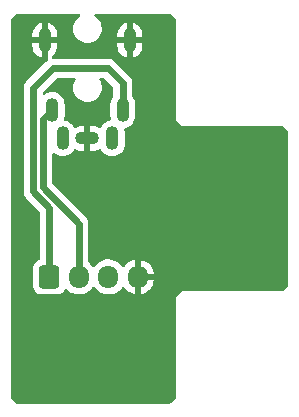
<source format=gbr>
%TF.GenerationSoftware,KiCad,Pcbnew,(6.0.8)*%
%TF.CreationDate,2023-02-07T20:12:27+01:00*%
%TF.ProjectId,SDVX-aux-board,53445658-2d61-4757-982d-626f6172642e,rev?*%
%TF.SameCoordinates,Original*%
%TF.FileFunction,Copper,L2,Bot*%
%TF.FilePolarity,Positive*%
%FSLAX46Y46*%
G04 Gerber Fmt 4.6, Leading zero omitted, Abs format (unit mm)*
G04 Created by KiCad (PCBNEW (6.0.8)) date 2023-02-07 20:12:27*
%MOMM*%
%LPD*%
G01*
G04 APERTURE LIST*
G04 Aperture macros list*
%AMRoundRect*
0 Rectangle with rounded corners*
0 $1 Rounding radius*
0 $2 $3 $4 $5 $6 $7 $8 $9 X,Y pos of 4 corners*
0 Add a 4 corners polygon primitive as box body*
4,1,4,$2,$3,$4,$5,$6,$7,$8,$9,$2,$3,0*
0 Add four circle primitives for the rounded corners*
1,1,$1+$1,$2,$3*
1,1,$1+$1,$4,$5*
1,1,$1+$1,$6,$7*
1,1,$1+$1,$8,$9*
0 Add four rect primitives between the rounded corners*
20,1,$1+$1,$2,$3,$4,$5,0*
20,1,$1+$1,$4,$5,$6,$7,0*
20,1,$1+$1,$6,$7,$8,$9,0*
20,1,$1+$1,$8,$9,$2,$3,0*%
G04 Aperture macros list end*
%TA.AperFunction,ComponentPad*%
%ADD10O,1.100000X2.000000*%
%TD*%
%TA.AperFunction,ComponentPad*%
%ADD11O,2.000000X1.100000*%
%TD*%
%TA.AperFunction,ComponentPad*%
%ADD12RoundRect,0.250000X-0.600000X-0.725000X0.600000X-0.725000X0.600000X0.725000X-0.600000X0.725000X0*%
%TD*%
%TA.AperFunction,ComponentPad*%
%ADD13O,1.700000X1.950000*%
%TD*%
%TA.AperFunction,ViaPad*%
%ADD14C,0.800000*%
%TD*%
%TA.AperFunction,Conductor*%
%ADD15C,0.600000*%
%TD*%
G04 APERTURE END LIST*
D10*
%TO.P,CN1,R1*%
%TO.N,/R*%
X131500000Y-72750000D03*
%TO.P,CN1,R1N*%
%TO.N,/SENS*%
X132400000Y-75150000D03*
%TO.P,CN1,R2*%
%TO.N,/GND*%
X138100000Y-66850000D03*
X130900000Y-66850000D03*
D11*
%TO.P,CN1,S*%
X134500000Y-75150000D03*
D10*
%TO.P,CN1,T*%
%TO.N,/L*%
X137500000Y-72750000D03*
%TO.P,CN1,TN*%
%TO.N,unconnected-(CN1-PadTN)*%
X136600000Y-75150000D03*
%TD*%
D12*
%TO.P,CN2,1,Pin_1*%
%TO.N,/L*%
X131276000Y-86882000D03*
D13*
%TO.P,CN2,2,Pin_2*%
%TO.N,/R*%
X133776000Y-86882000D03*
%TO.P,CN2,3,Pin_3*%
%TO.N,/SENS*%
X136276000Y-86882000D03*
%TO.P,CN2,4,Pin_4*%
%TO.N,/GND*%
X138776000Y-86882000D03*
%TD*%
D14*
%TO.N,/GND*%
X149500000Y-78600000D03*
X144500000Y-83600000D03*
X149500000Y-81100000D03*
X147000000Y-83600000D03*
X147000000Y-86100000D03*
X149500000Y-76100000D03*
X144500000Y-76100000D03*
X149500000Y-86100000D03*
X144500000Y-78600000D03*
X144500000Y-81100000D03*
X147000000Y-78600000D03*
X149500000Y-83600000D03*
X147000000Y-76100000D03*
X147000000Y-81100000D03*
%TD*%
D15*
%TO.N,/L*%
X131284315Y-86873685D02*
X131276000Y-86882000D01*
X131284315Y-81015685D02*
X131284315Y-86873685D01*
X131600000Y-69200000D02*
X129900000Y-70900000D01*
X137500000Y-70500000D02*
X136200000Y-69200000D01*
X129900000Y-70900000D02*
X129900000Y-79631370D01*
X129900000Y-79631370D02*
X131284315Y-81015685D01*
X137500000Y-72750000D02*
X137500000Y-70500000D01*
X136200000Y-69200000D02*
X131600000Y-69200000D01*
%TO.N,/R*%
X130700000Y-73550000D02*
X131500000Y-72750000D01*
X133776000Y-86882000D02*
X133776000Y-82376000D01*
X133776000Y-82376000D02*
X130700000Y-79300000D01*
X130700000Y-79300000D02*
X130700000Y-73550000D01*
%TD*%
%TA.AperFunction,Conductor*%
%TO.N,/GND*%
G36*
X133845294Y-64620002D02*
G01*
X133891787Y-64673658D01*
X133901891Y-64743932D01*
X133872397Y-64808512D01*
X133850699Y-64828323D01*
X133707149Y-64931474D01*
X133557023Y-65086392D01*
X133436703Y-65265447D01*
X133349992Y-65462980D01*
X133317643Y-65597723D01*
X133303733Y-65655665D01*
X133299632Y-65672745D01*
X133287214Y-65888113D01*
X133313130Y-66102277D01*
X133376563Y-66308466D01*
X133475505Y-66500164D01*
X133478920Y-66504614D01*
X133603415Y-66666860D01*
X133603419Y-66666864D01*
X133606831Y-66671311D01*
X133610980Y-66675086D01*
X133762242Y-66812724D01*
X133762245Y-66812726D01*
X133766389Y-66816497D01*
X133771141Y-66819478D01*
X133944379Y-66928151D01*
X133944383Y-66928153D01*
X133949135Y-66931134D01*
X134149293Y-67011597D01*
X134360537Y-67055344D01*
X134365148Y-67055610D01*
X134365149Y-67055610D01*
X134413452Y-67058395D01*
X134413456Y-67058395D01*
X134415275Y-67058500D01*
X134554735Y-67058500D01*
X134557522Y-67058251D01*
X134557528Y-67058251D01*
X134624240Y-67052297D01*
X134714872Y-67044208D01*
X134841740Y-67009501D01*
X134917536Y-66988766D01*
X134917540Y-66988765D01*
X134922952Y-66987284D01*
X135117663Y-66894411D01*
X135292851Y-66768526D01*
X135442977Y-66613608D01*
X135466982Y-66577885D01*
X137042000Y-66577885D01*
X137046475Y-66593124D01*
X137047865Y-66594329D01*
X137055548Y-66596000D01*
X137827885Y-66596000D01*
X137843124Y-66591525D01*
X137844329Y-66590135D01*
X137846000Y-66582452D01*
X137846000Y-66577885D01*
X138354000Y-66577885D01*
X138358475Y-66593124D01*
X138359865Y-66594329D01*
X138367548Y-66596000D01*
X139139885Y-66596000D01*
X139155124Y-66591525D01*
X139156329Y-66590135D01*
X139158000Y-66582452D01*
X139158000Y-66350876D01*
X139157699Y-66344728D01*
X139143473Y-66199639D01*
X139141090Y-66187604D01*
X139084683Y-66000777D01*
X139080008Y-65989435D01*
X138988388Y-65817121D01*
X138981601Y-65806905D01*
X138858253Y-65655665D01*
X138849609Y-65646961D01*
X138699237Y-65522562D01*
X138689069Y-65515703D01*
X138517393Y-65422879D01*
X138506093Y-65418129D01*
X138371307Y-65376405D01*
X138357205Y-65376199D01*
X138354000Y-65382955D01*
X138354000Y-66577885D01*
X137846000Y-66577885D01*
X137846000Y-65389953D01*
X137842027Y-65376422D01*
X137834232Y-65375302D01*
X137707658Y-65412554D01*
X137696290Y-65417147D01*
X137523334Y-65507566D01*
X137513072Y-65514282D01*
X137360980Y-65636568D01*
X137352214Y-65645152D01*
X137226764Y-65794656D01*
X137219840Y-65804767D01*
X137125816Y-65975798D01*
X137120988Y-65987062D01*
X137061975Y-66173095D01*
X137059427Y-66185084D01*
X137042393Y-66336947D01*
X137042000Y-66343971D01*
X137042000Y-66577885D01*
X135466982Y-66577885D01*
X135563297Y-66434553D01*
X135575687Y-66406329D01*
X135647751Y-66242161D01*
X135650008Y-66237020D01*
X135700368Y-66027255D01*
X135712786Y-65811887D01*
X135686870Y-65597723D01*
X135623437Y-65391534D01*
X135524495Y-65199836D01*
X135473208Y-65132997D01*
X135396585Y-65033140D01*
X135396581Y-65033136D01*
X135393169Y-65028689D01*
X135286331Y-64931474D01*
X135237758Y-64887276D01*
X135237755Y-64887274D01*
X135233611Y-64883503D01*
X135152682Y-64832736D01*
X135105606Y-64779593D01*
X135094734Y-64709434D01*
X135123518Y-64644534D01*
X135182821Y-64605500D01*
X135219640Y-64600000D01*
X141447810Y-64600000D01*
X141515931Y-64620002D01*
X141536905Y-64636905D01*
X141963095Y-65063095D01*
X141997121Y-65125407D01*
X142000000Y-65152190D01*
X142000000Y-73600000D01*
X142500000Y-74100000D01*
X150947810Y-74100000D01*
X151015931Y-74120002D01*
X151036905Y-74136905D01*
X151463095Y-74563095D01*
X151497121Y-74625407D01*
X151500000Y-74652190D01*
X151500000Y-87547810D01*
X151479998Y-87615931D01*
X151463095Y-87636905D01*
X151036905Y-88063095D01*
X150974593Y-88097121D01*
X150947810Y-88100000D01*
X142500000Y-88100000D01*
X142000000Y-88600000D01*
X142000000Y-97047810D01*
X141979998Y-97115931D01*
X141963095Y-97136905D01*
X141536905Y-97563095D01*
X141474593Y-97597121D01*
X141447810Y-97600000D01*
X128552190Y-97600000D01*
X128484069Y-97579998D01*
X128463095Y-97563095D01*
X128036905Y-97136905D01*
X128002879Y-97074593D01*
X128000000Y-97047810D01*
X128000000Y-79713591D01*
X129090549Y-79713591D01*
X129099711Y-79755967D01*
X129101769Y-79768533D01*
X129106603Y-79811625D01*
X129108919Y-79818276D01*
X129108920Y-79818280D01*
X129117633Y-79843300D01*
X129121796Y-79858112D01*
X129128881Y-79890880D01*
X129147208Y-79930183D01*
X129151990Y-79941959D01*
X129166255Y-79982922D01*
X129169989Y-79988897D01*
X129169990Y-79988900D01*
X129184027Y-80011365D01*
X129191366Y-80024882D01*
X129202559Y-80048884D01*
X129205538Y-80055272D01*
X129209855Y-80060837D01*
X129209856Y-80060839D01*
X129232106Y-80089523D01*
X129239402Y-80099982D01*
X129262374Y-80136746D01*
X129267334Y-80141741D01*
X129267335Y-80141742D01*
X129290976Y-80165549D01*
X129291561Y-80166174D01*
X129292078Y-80166840D01*
X129318068Y-80192830D01*
X129390185Y-80265452D01*
X129391222Y-80266110D01*
X129392451Y-80267213D01*
X130438910Y-81313672D01*
X130472936Y-81375984D01*
X130475815Y-81402767D01*
X130475815Y-85333369D01*
X130455813Y-85401490D01*
X130402157Y-85447983D01*
X130389692Y-85452892D01*
X130359007Y-85463129D01*
X130358997Y-85463133D01*
X130352054Y-85465450D01*
X130201652Y-85558522D01*
X130076695Y-85683697D01*
X130072855Y-85689927D01*
X130072854Y-85689928D01*
X129998466Y-85810608D01*
X129983885Y-85834262D01*
X129962472Y-85898822D01*
X129932432Y-85989390D01*
X129928203Y-86002139D01*
X129927503Y-86008975D01*
X129927502Y-86008978D01*
X129925338Y-86030102D01*
X129917500Y-86106600D01*
X129917500Y-87657400D01*
X129917837Y-87660646D01*
X129917837Y-87660650D01*
X129926875Y-87747752D01*
X129928474Y-87763166D01*
X129930655Y-87769702D01*
X129930655Y-87769704D01*
X129962405Y-87864870D01*
X129984450Y-87930946D01*
X130077522Y-88081348D01*
X130082704Y-88086521D01*
X130096207Y-88100000D01*
X130202697Y-88206305D01*
X130208927Y-88210145D01*
X130208928Y-88210146D01*
X130346090Y-88294694D01*
X130353262Y-88299115D01*
X130388938Y-88310948D01*
X130514611Y-88352632D01*
X130514613Y-88352632D01*
X130521139Y-88354797D01*
X130527975Y-88355497D01*
X130527978Y-88355498D01*
X130563663Y-88359154D01*
X130625600Y-88365500D01*
X131926400Y-88365500D01*
X131929646Y-88365163D01*
X131929650Y-88365163D01*
X132025308Y-88355238D01*
X132025312Y-88355237D01*
X132032166Y-88354526D01*
X132038702Y-88352345D01*
X132038704Y-88352345D01*
X132170806Y-88308272D01*
X132199946Y-88298550D01*
X132350348Y-88205478D01*
X132475305Y-88080303D01*
X132565081Y-87934660D01*
X132617852Y-87887168D01*
X132687924Y-87875744D01*
X132753048Y-87904018D01*
X132763510Y-87913805D01*
X132805215Y-87957523D01*
X132872576Y-88028135D01*
X133057542Y-88165754D01*
X133062293Y-88168170D01*
X133062297Y-88168172D01*
X133125481Y-88200296D01*
X133263051Y-88270240D01*
X133268145Y-88271822D01*
X133268148Y-88271823D01*
X133433583Y-88323192D01*
X133483227Y-88338607D01*
X133488516Y-88339308D01*
X133706489Y-88368198D01*
X133706494Y-88368198D01*
X133711774Y-88368898D01*
X133717103Y-88368698D01*
X133717105Y-88368698D01*
X133826966Y-88364573D01*
X133942158Y-88360249D01*
X133964802Y-88355498D01*
X134162572Y-88314002D01*
X134167791Y-88312907D01*
X134172750Y-88310949D01*
X134172752Y-88310948D01*
X134377256Y-88230185D01*
X134377258Y-88230184D01*
X134382221Y-88228224D01*
X134387525Y-88225006D01*
X134574757Y-88111390D01*
X134574756Y-88111390D01*
X134579317Y-88108623D01*
X134631784Y-88063095D01*
X134749412Y-87961023D01*
X134749414Y-87961021D01*
X134753445Y-87957523D01*
X134820500Y-87875744D01*
X134896240Y-87783373D01*
X134896244Y-87783367D01*
X134899624Y-87779245D01*
X134917552Y-87747750D01*
X134968632Y-87698445D01*
X135038262Y-87684583D01*
X135104333Y-87710566D01*
X135131573Y-87739716D01*
X135213441Y-87861319D01*
X135372576Y-88028135D01*
X135557542Y-88165754D01*
X135562293Y-88168170D01*
X135562297Y-88168172D01*
X135625481Y-88200296D01*
X135763051Y-88270240D01*
X135768145Y-88271822D01*
X135768148Y-88271823D01*
X135933583Y-88323192D01*
X135983227Y-88338607D01*
X135988516Y-88339308D01*
X136206489Y-88368198D01*
X136206494Y-88368198D01*
X136211774Y-88368898D01*
X136217103Y-88368698D01*
X136217105Y-88368698D01*
X136326966Y-88364573D01*
X136442158Y-88360249D01*
X136464802Y-88355498D01*
X136662572Y-88314002D01*
X136667791Y-88312907D01*
X136672750Y-88310949D01*
X136672752Y-88310948D01*
X136877256Y-88230185D01*
X136877258Y-88230184D01*
X136882221Y-88228224D01*
X136887525Y-88225006D01*
X137074757Y-88111390D01*
X137074756Y-88111390D01*
X137079317Y-88108623D01*
X137131784Y-88063095D01*
X137249412Y-87961023D01*
X137249414Y-87961021D01*
X137253445Y-87957523D01*
X137320500Y-87875744D01*
X137396240Y-87783373D01*
X137396244Y-87783367D01*
X137399624Y-87779245D01*
X137412681Y-87756308D01*
X137417829Y-87747265D01*
X137468912Y-87697959D01*
X137538542Y-87684098D01*
X137604613Y-87710082D01*
X137631851Y-87739232D01*
X137710852Y-87856578D01*
X137717519Y-87864870D01*
X137869228Y-88023900D01*
X137877186Y-88030941D01*
X138053525Y-88162141D01*
X138062562Y-88167745D01*
X138258484Y-88267357D01*
X138268335Y-88271357D01*
X138478240Y-88336534D01*
X138488624Y-88338817D01*
X138504043Y-88340861D01*
X138518207Y-88338665D01*
X138522000Y-88325478D01*
X138522000Y-88323192D01*
X139030000Y-88323192D01*
X139033973Y-88336723D01*
X139044580Y-88338248D01*
X139162421Y-88313523D01*
X139172617Y-88310463D01*
X139377029Y-88229737D01*
X139386561Y-88225006D01*
X139574462Y-88110984D01*
X139583052Y-88104720D01*
X139749052Y-87960673D01*
X139756472Y-87953042D01*
X139895826Y-87783089D01*
X139901850Y-87774322D01*
X140010576Y-87583318D01*
X140015041Y-87573654D01*
X140090031Y-87367059D01*
X140092802Y-87356792D01*
X140129504Y-87153826D01*
X140128085Y-87140586D01*
X140113450Y-87136000D01*
X139048115Y-87136000D01*
X139032876Y-87140475D01*
X139031671Y-87141865D01*
X139030000Y-87149548D01*
X139030000Y-88323192D01*
X138522000Y-88323192D01*
X138522000Y-86609885D01*
X139030000Y-86609885D01*
X139034475Y-86625124D01*
X139035865Y-86626329D01*
X139043548Y-86628000D01*
X140109849Y-86628000D01*
X140124527Y-86623690D01*
X140126590Y-86611807D01*
X140119876Y-86532675D01*
X140118086Y-86522203D01*
X140062870Y-86309465D01*
X140059335Y-86299425D01*
X139969063Y-86099030D01*
X139963894Y-86089744D01*
X139841150Y-85907425D01*
X139834481Y-85899130D01*
X139682772Y-85740100D01*
X139674814Y-85733059D01*
X139498475Y-85601859D01*
X139489438Y-85596255D01*
X139293516Y-85496643D01*
X139283665Y-85492643D01*
X139073760Y-85427466D01*
X139063376Y-85425183D01*
X139047957Y-85423139D01*
X139033793Y-85425335D01*
X139030000Y-85438522D01*
X139030000Y-86609885D01*
X138522000Y-86609885D01*
X138522000Y-85440808D01*
X138518027Y-85427277D01*
X138507420Y-85425752D01*
X138389579Y-85450477D01*
X138379383Y-85453537D01*
X138174971Y-85534263D01*
X138165439Y-85538994D01*
X137977538Y-85653016D01*
X137968948Y-85659280D01*
X137802948Y-85803327D01*
X137795528Y-85810958D01*
X137656174Y-85980911D01*
X137650152Y-85989674D01*
X137634762Y-86016711D01*
X137583680Y-86066018D01*
X137514049Y-86079880D01*
X137447978Y-86053897D01*
X137420739Y-86024747D01*
X137384869Y-85971468D01*
X137338559Y-85902681D01*
X137279918Y-85841209D01*
X137250725Y-85810608D01*
X137179424Y-85735865D01*
X136994458Y-85598246D01*
X136989707Y-85595830D01*
X136989703Y-85595828D01*
X136871588Y-85535776D01*
X136788949Y-85493760D01*
X136783855Y-85492178D01*
X136783852Y-85492177D01*
X136573871Y-85426976D01*
X136568773Y-85425393D01*
X136559470Y-85424160D01*
X136345511Y-85395802D01*
X136345506Y-85395802D01*
X136340226Y-85395102D01*
X136334897Y-85395302D01*
X136334895Y-85395302D01*
X136225034Y-85399427D01*
X136109842Y-85403751D01*
X135884209Y-85451093D01*
X135879250Y-85453051D01*
X135879248Y-85453052D01*
X135674744Y-85533815D01*
X135674742Y-85533816D01*
X135669779Y-85535776D01*
X135665220Y-85538543D01*
X135665217Y-85538544D01*
X135570113Y-85596255D01*
X135472683Y-85655377D01*
X135468653Y-85658874D01*
X135375484Y-85739722D01*
X135298555Y-85806477D01*
X135295168Y-85810608D01*
X135155760Y-85980627D01*
X135155756Y-85980633D01*
X135152376Y-85984755D01*
X135134448Y-86016250D01*
X135083368Y-86065555D01*
X135013738Y-86079417D01*
X134947667Y-86053434D01*
X134920427Y-86024284D01*
X134893814Y-85984755D01*
X134838559Y-85902681D01*
X134779918Y-85841209D01*
X134750725Y-85810608D01*
X134679424Y-85735865D01*
X134635287Y-85703026D01*
X134592574Y-85646316D01*
X134584500Y-85601937D01*
X134584500Y-82385214D01*
X134584507Y-82383894D01*
X134585377Y-82300826D01*
X134585451Y-82293779D01*
X134576289Y-82251403D01*
X134574230Y-82238832D01*
X134570182Y-82202744D01*
X134569397Y-82195745D01*
X134558367Y-82164070D01*
X134554204Y-82149258D01*
X134548609Y-82123381D01*
X134547119Y-82116490D01*
X134528792Y-82077187D01*
X134524010Y-82065411D01*
X134509745Y-82024448D01*
X134504266Y-82015679D01*
X134491973Y-81996005D01*
X134484634Y-81982488D01*
X134473441Y-81958486D01*
X134473440Y-81958485D01*
X134470462Y-81952098D01*
X134443894Y-81917847D01*
X134436598Y-81907388D01*
X134417358Y-81876596D01*
X134417356Y-81876593D01*
X134413626Y-81870624D01*
X134385024Y-81841821D01*
X134384439Y-81841196D01*
X134383922Y-81840530D01*
X134357932Y-81814540D01*
X134285815Y-81741918D01*
X134284778Y-81741260D01*
X134283549Y-81740157D01*
X131545405Y-79002013D01*
X131511379Y-78939701D01*
X131508500Y-78912918D01*
X131508500Y-76504069D01*
X131528502Y-76435948D01*
X131582158Y-76389455D01*
X131652432Y-76379351D01*
X131714815Y-76406984D01*
X131805230Y-76481783D01*
X131810647Y-76484712D01*
X131810650Y-76484714D01*
X131982410Y-76577584D01*
X131982415Y-76577586D01*
X131987830Y-76580514D01*
X132186129Y-76641898D01*
X132192254Y-76642542D01*
X132192255Y-76642542D01*
X132386446Y-76662952D01*
X132386448Y-76662952D01*
X132392575Y-76663596D01*
X132478485Y-76655777D01*
X132593164Y-76645341D01*
X132593167Y-76645340D01*
X132599303Y-76644782D01*
X132605209Y-76643044D01*
X132605213Y-76643043D01*
X132792531Y-76587912D01*
X132792530Y-76587912D01*
X132798440Y-76586173D01*
X132982400Y-76490001D01*
X133144177Y-76359929D01*
X133149662Y-76353393D01*
X133273650Y-76205629D01*
X133277609Y-76200911D01*
X133280573Y-76195519D01*
X133280576Y-76195515D01*
X133330109Y-76105414D01*
X133380455Y-76055355D01*
X133449872Y-76040462D01*
X133501225Y-76055700D01*
X133625798Y-76124184D01*
X133637062Y-76129012D01*
X133823095Y-76188025D01*
X133835084Y-76190573D01*
X133986947Y-76207607D01*
X133993971Y-76208000D01*
X134227885Y-76208000D01*
X134243124Y-76203525D01*
X134244329Y-76202135D01*
X134246000Y-76194452D01*
X134246000Y-74110115D01*
X134241525Y-74094876D01*
X134240135Y-74093671D01*
X134232452Y-74092000D01*
X134000876Y-74092000D01*
X133994728Y-74092301D01*
X133849639Y-74106527D01*
X133837604Y-74108910D01*
X133650777Y-74165317D01*
X133639435Y-74169992D01*
X133499369Y-74244466D01*
X133429832Y-74258786D01*
X133363591Y-74233238D01*
X133328965Y-74192369D01*
X133288809Y-74116847D01*
X133288808Y-74116845D01*
X133285913Y-74111401D01*
X133237083Y-74051529D01*
X133158610Y-73955311D01*
X133158607Y-73955308D01*
X133154715Y-73950536D01*
X133147770Y-73944790D01*
X132999518Y-73822145D01*
X132999519Y-73822145D01*
X132994770Y-73818217D01*
X132989353Y-73815288D01*
X132989350Y-73815286D01*
X132817590Y-73722416D01*
X132817585Y-73722414D01*
X132812170Y-73719486D01*
X132613871Y-73658102D01*
X132610383Y-73657735D01*
X132548486Y-73624875D01*
X132513732Y-73562967D01*
X132516428Y-73496643D01*
X132540379Y-73421139D01*
X132541351Y-73412480D01*
X132558107Y-73263087D01*
X132558500Y-73259587D01*
X132558500Y-72247763D01*
X132557780Y-72240413D01*
X132543966Y-72099534D01*
X132543965Y-72099531D01*
X132543365Y-72093408D01*
X132495005Y-71933228D01*
X132485152Y-71900593D01*
X132485151Y-71900590D01*
X132483368Y-71894685D01*
X132473219Y-71875598D01*
X132388809Y-71716847D01*
X132388808Y-71716845D01*
X132385913Y-71711401D01*
X132326855Y-71638989D01*
X132258610Y-71555311D01*
X132258607Y-71555308D01*
X132254715Y-71550536D01*
X132094770Y-71418217D01*
X132089353Y-71415288D01*
X132089350Y-71415286D01*
X131917590Y-71322416D01*
X131917585Y-71322414D01*
X131912170Y-71319486D01*
X131713871Y-71258102D01*
X131707746Y-71257458D01*
X131707745Y-71257458D01*
X131513554Y-71237048D01*
X131513552Y-71237048D01*
X131507425Y-71236404D01*
X131421515Y-71244223D01*
X131306836Y-71254659D01*
X131306833Y-71254660D01*
X131300697Y-71255218D01*
X131294791Y-71256956D01*
X131294787Y-71256957D01*
X131192432Y-71287082D01*
X131101560Y-71313827D01*
X130917600Y-71409999D01*
X130912798Y-71413860D01*
X130907640Y-71417235D01*
X130906866Y-71416053D01*
X130847828Y-71440430D01*
X130777974Y-71427746D01*
X130726066Y-71379309D01*
X130708500Y-71315137D01*
X130708500Y-71287082D01*
X130728502Y-71218961D01*
X130745405Y-71197987D01*
X131897987Y-70045405D01*
X131960299Y-70011379D01*
X131987082Y-70008500D01*
X133372890Y-70008500D01*
X133441011Y-70028502D01*
X133487504Y-70082158D01*
X133497608Y-70152432D01*
X133477472Y-70204776D01*
X133453473Y-70240490D01*
X133436703Y-70265447D01*
X133434444Y-70270593D01*
X133434443Y-70270595D01*
X133415789Y-70313090D01*
X133349992Y-70462980D01*
X133299632Y-70672745D01*
X133297560Y-70708685D01*
X133288818Y-70860299D01*
X133287214Y-70888113D01*
X133313130Y-71102277D01*
X133314777Y-71107631D01*
X133314778Y-71107635D01*
X133360871Y-71257458D01*
X133376563Y-71308466D01*
X133382251Y-71319486D01*
X133431697Y-71415286D01*
X133475505Y-71500164D01*
X133478920Y-71504614D01*
X133603415Y-71666860D01*
X133603419Y-71666864D01*
X133606831Y-71671311D01*
X133650890Y-71711401D01*
X133762242Y-71812724D01*
X133762245Y-71812726D01*
X133766389Y-71816497D01*
X133771141Y-71819478D01*
X133944379Y-71928151D01*
X133944383Y-71928153D01*
X133949135Y-71931134D01*
X134149293Y-72011597D01*
X134360537Y-72055344D01*
X134365148Y-72055610D01*
X134365149Y-72055610D01*
X134413452Y-72058395D01*
X134413456Y-72058395D01*
X134415275Y-72058500D01*
X134554735Y-72058500D01*
X134557522Y-72058251D01*
X134557528Y-72058251D01*
X134624240Y-72052297D01*
X134714872Y-72044208D01*
X134841740Y-72009501D01*
X134917536Y-71988766D01*
X134917540Y-71988765D01*
X134922952Y-71987284D01*
X135117663Y-71894411D01*
X135292851Y-71768526D01*
X135405908Y-71651860D01*
X135439074Y-71617636D01*
X135439076Y-71617633D01*
X135442977Y-71613608D01*
X135563297Y-71434553D01*
X135574076Y-71409999D01*
X135639954Y-71259924D01*
X135650008Y-71237020D01*
X135700368Y-71027255D01*
X135708521Y-70885859D01*
X135712463Y-70817494D01*
X135712463Y-70817491D01*
X135712786Y-70811887D01*
X135691576Y-70636609D01*
X135687544Y-70603292D01*
X135687544Y-70603291D01*
X135686870Y-70597723D01*
X135684715Y-70590716D01*
X135625085Y-70396891D01*
X135623437Y-70391534D01*
X135545478Y-70240490D01*
X135527067Y-70204819D01*
X135527066Y-70204818D01*
X135524495Y-70199836D01*
X135524640Y-70199761D01*
X135505674Y-70133782D01*
X135526064Y-70065777D01*
X135579983Y-70019590D01*
X135631672Y-70008500D01*
X135812917Y-70008500D01*
X135881038Y-70028502D01*
X135902012Y-70045404D01*
X136654595Y-70797986D01*
X136688620Y-70860299D01*
X136691500Y-70887082D01*
X136691500Y-71570868D01*
X136671498Y-71638989D01*
X136662021Y-71651860D01*
X136626350Y-71694370D01*
X136626347Y-71694375D01*
X136622391Y-71699089D01*
X136619427Y-71704481D01*
X136619424Y-71704485D01*
X136559919Y-71812724D01*
X136522387Y-71880995D01*
X136459621Y-72078861D01*
X136458935Y-72084978D01*
X136458934Y-72084982D01*
X136457989Y-72093408D01*
X136441500Y-72240413D01*
X136441500Y-73252237D01*
X136441800Y-73255293D01*
X136441800Y-73255300D01*
X136442564Y-73263087D01*
X136456635Y-73406592D01*
X136484336Y-73498344D01*
X136484876Y-73569337D01*
X136446947Y-73629353D01*
X136399289Y-73655632D01*
X136201560Y-73713827D01*
X136017600Y-73809999D01*
X135855823Y-73940071D01*
X135851865Y-73944788D01*
X135851863Y-73944790D01*
X135847042Y-73950536D01*
X135722391Y-74099089D01*
X135719427Y-74104481D01*
X135719424Y-74104485D01*
X135669891Y-74194586D01*
X135619545Y-74244645D01*
X135550128Y-74259538D01*
X135498775Y-74244300D01*
X135374202Y-74175816D01*
X135362938Y-74170988D01*
X135176905Y-74111975D01*
X135164916Y-74109427D01*
X135013053Y-74092393D01*
X135006029Y-74092000D01*
X134772115Y-74092000D01*
X134756876Y-74096475D01*
X134755671Y-74097865D01*
X134754000Y-74105548D01*
X134754000Y-76189885D01*
X134758475Y-76205124D01*
X134759865Y-76206329D01*
X134767548Y-76208000D01*
X134999124Y-76208000D01*
X135005272Y-76207699D01*
X135150361Y-76193473D01*
X135162396Y-76191090D01*
X135349223Y-76134683D01*
X135360565Y-76130008D01*
X135500631Y-76055534D01*
X135570168Y-76041214D01*
X135636409Y-76066762D01*
X135671035Y-76107631D01*
X135679837Y-76124184D01*
X135714087Y-76188599D01*
X135728547Y-76206329D01*
X135841390Y-76344689D01*
X135841393Y-76344692D01*
X135845285Y-76349464D01*
X135850033Y-76353392D01*
X135850034Y-76353393D01*
X135881412Y-76379351D01*
X136005230Y-76481783D01*
X136010647Y-76484712D01*
X136010650Y-76484714D01*
X136182410Y-76577584D01*
X136182415Y-76577586D01*
X136187830Y-76580514D01*
X136386129Y-76641898D01*
X136392254Y-76642542D01*
X136392255Y-76642542D01*
X136586446Y-76662952D01*
X136586448Y-76662952D01*
X136592575Y-76663596D01*
X136678485Y-76655777D01*
X136793164Y-76645341D01*
X136793167Y-76645340D01*
X136799303Y-76644782D01*
X136805209Y-76643044D01*
X136805213Y-76643043D01*
X136992531Y-76587912D01*
X136992530Y-76587912D01*
X136998440Y-76586173D01*
X137182400Y-76490001D01*
X137344177Y-76359929D01*
X137349662Y-76353393D01*
X137473650Y-76205629D01*
X137477609Y-76200911D01*
X137480573Y-76195519D01*
X137480576Y-76195515D01*
X137574646Y-76024402D01*
X137577613Y-76019005D01*
X137640379Y-75821139D01*
X137658500Y-75659587D01*
X137658500Y-74647763D01*
X137657780Y-74640413D01*
X137643966Y-74499534D01*
X137643965Y-74499531D01*
X137643365Y-74493408D01*
X137615664Y-74401656D01*
X137615124Y-74330663D01*
X137653053Y-74270647D01*
X137700711Y-74244368D01*
X137898440Y-74186173D01*
X138082400Y-74090001D01*
X138244177Y-73959929D01*
X138255356Y-73946607D01*
X138335312Y-73851319D01*
X138377609Y-73800911D01*
X138380573Y-73795519D01*
X138380576Y-73795515D01*
X138474646Y-73624402D01*
X138477613Y-73619005D01*
X138540379Y-73421139D01*
X138541351Y-73412480D01*
X138558107Y-73263087D01*
X138558500Y-73259587D01*
X138558500Y-72247763D01*
X138557780Y-72240413D01*
X138543966Y-72099534D01*
X138543965Y-72099531D01*
X138543365Y-72093408D01*
X138495005Y-71933228D01*
X138485152Y-71900593D01*
X138485151Y-71900590D01*
X138483368Y-71894685D01*
X138473219Y-71875598D01*
X138388809Y-71716847D01*
X138388808Y-71716845D01*
X138385913Y-71711401D01*
X138382013Y-71706620D01*
X138382011Y-71706616D01*
X138336857Y-71651251D01*
X138309303Y-71585820D01*
X138308500Y-71571616D01*
X138308500Y-70509260D01*
X138308507Y-70507941D01*
X138308999Y-70460942D01*
X138309451Y-70417779D01*
X138300289Y-70375403D01*
X138298230Y-70362832D01*
X138294182Y-70326744D01*
X138293397Y-70319745D01*
X138286543Y-70300061D01*
X138282367Y-70288070D01*
X138278204Y-70273258D01*
X138272609Y-70247381D01*
X138271119Y-70240490D01*
X138252793Y-70201189D01*
X138248008Y-70189406D01*
X138233745Y-70148448D01*
X138215979Y-70120016D01*
X138208640Y-70106499D01*
X138197440Y-70082481D01*
X138197438Y-70082477D01*
X138194463Y-70076098D01*
X138190146Y-70070532D01*
X138167891Y-70041840D01*
X138160597Y-70031385D01*
X138141359Y-70000598D01*
X138137626Y-69994624D01*
X138109024Y-69965821D01*
X138108439Y-69965196D01*
X138107922Y-69964530D01*
X138081932Y-69938540D01*
X138009815Y-69865918D01*
X138008778Y-69865260D01*
X138007549Y-69864157D01*
X136778234Y-68634842D01*
X136777306Y-68633905D01*
X136719157Y-68574525D01*
X136719156Y-68574524D01*
X136714229Y-68569493D01*
X136677779Y-68546002D01*
X136667454Y-68538583D01*
X136633557Y-68511524D01*
X136603362Y-68496927D01*
X136589945Y-68489398D01*
X136561762Y-68471235D01*
X136555145Y-68468827D01*
X136555140Y-68468824D01*
X136521027Y-68456408D01*
X136509284Y-68451447D01*
X136476597Y-68435646D01*
X136476592Y-68435644D01*
X136470251Y-68432579D01*
X136463393Y-68430996D01*
X136463391Y-68430995D01*
X136437574Y-68425035D01*
X136422831Y-68420668D01*
X136391315Y-68409197D01*
X136384325Y-68408314D01*
X136384317Y-68408312D01*
X136348299Y-68403762D01*
X136335747Y-68401526D01*
X136300386Y-68393362D01*
X136300383Y-68393362D01*
X136293515Y-68391776D01*
X136286469Y-68391751D01*
X136286466Y-68391751D01*
X136252944Y-68391634D01*
X136252062Y-68391605D01*
X136251231Y-68391500D01*
X136214581Y-68391500D01*
X136214141Y-68391499D01*
X136115657Y-68391155D01*
X136115652Y-68391155D01*
X136112130Y-68391143D01*
X136110930Y-68391411D01*
X136109293Y-68391500D01*
X131609214Y-68391500D01*
X131607896Y-68391493D01*
X131606224Y-68391476D01*
X131587726Y-68391282D01*
X131519819Y-68370569D01*
X131473890Y-68316429D01*
X131464522Y-68246054D01*
X131494689Y-68181785D01*
X131510093Y-68167093D01*
X131639020Y-68063432D01*
X131647786Y-68054848D01*
X131773236Y-67905344D01*
X131780160Y-67895233D01*
X131874184Y-67724202D01*
X131879012Y-67712938D01*
X131938025Y-67526905D01*
X131940573Y-67514916D01*
X131957607Y-67363053D01*
X131958000Y-67356029D01*
X131958000Y-67349124D01*
X137042000Y-67349124D01*
X137042301Y-67355272D01*
X137056527Y-67500361D01*
X137058910Y-67512396D01*
X137115317Y-67699223D01*
X137119992Y-67710565D01*
X137211612Y-67882879D01*
X137218399Y-67893095D01*
X137341747Y-68044335D01*
X137350391Y-68053039D01*
X137500763Y-68177438D01*
X137510931Y-68184297D01*
X137682607Y-68277121D01*
X137693907Y-68281871D01*
X137828693Y-68323595D01*
X137842795Y-68323801D01*
X137846000Y-68317045D01*
X137846000Y-68310047D01*
X138354000Y-68310047D01*
X138357973Y-68323578D01*
X138365768Y-68324698D01*
X138492342Y-68287446D01*
X138503710Y-68282853D01*
X138676666Y-68192434D01*
X138686928Y-68185718D01*
X138839020Y-68063432D01*
X138847786Y-68054848D01*
X138973236Y-67905344D01*
X138980160Y-67895233D01*
X139074184Y-67724202D01*
X139079012Y-67712938D01*
X139138025Y-67526905D01*
X139140573Y-67514916D01*
X139157607Y-67363053D01*
X139158000Y-67356029D01*
X139158000Y-67122115D01*
X139153525Y-67106876D01*
X139152135Y-67105671D01*
X139144452Y-67104000D01*
X138372115Y-67104000D01*
X138356876Y-67108475D01*
X138355671Y-67109865D01*
X138354000Y-67117548D01*
X138354000Y-68310047D01*
X137846000Y-68310047D01*
X137846000Y-67122115D01*
X137841525Y-67106876D01*
X137840135Y-67105671D01*
X137832452Y-67104000D01*
X137060115Y-67104000D01*
X137044876Y-67108475D01*
X137043671Y-67109865D01*
X137042000Y-67117548D01*
X137042000Y-67349124D01*
X131958000Y-67349124D01*
X131958000Y-67122115D01*
X131953525Y-67106876D01*
X131952135Y-67105671D01*
X131944452Y-67104000D01*
X131172115Y-67104000D01*
X131156876Y-67108475D01*
X131155671Y-67109865D01*
X131154000Y-67117548D01*
X131154000Y-68310047D01*
X131158475Y-68325286D01*
X131160446Y-68326994D01*
X131198830Y-68386720D01*
X131198830Y-68457717D01*
X131155163Y-68521776D01*
X131141849Y-68532104D01*
X131131388Y-68539402D01*
X131100596Y-68558642D01*
X131100593Y-68558644D01*
X131094624Y-68562374D01*
X131089629Y-68567334D01*
X131089628Y-68567335D01*
X131065821Y-68590976D01*
X131065196Y-68591561D01*
X131064530Y-68592078D01*
X131038540Y-68618068D01*
X130965918Y-68690185D01*
X130965260Y-68691222D01*
X130964157Y-68692451D01*
X129334842Y-70321766D01*
X129333905Y-70322694D01*
X129269493Y-70385771D01*
X129246002Y-70422221D01*
X129238583Y-70432546D01*
X129211524Y-70466443D01*
X129208459Y-70472784D01*
X129208458Y-70472785D01*
X129196928Y-70496637D01*
X129189399Y-70510054D01*
X129171235Y-70538238D01*
X129168827Y-70544855D01*
X129168824Y-70544860D01*
X129156408Y-70578973D01*
X129151447Y-70590716D01*
X129135646Y-70623403D01*
X129135644Y-70623408D01*
X129132579Y-70629749D01*
X129130996Y-70636607D01*
X129130995Y-70636609D01*
X129125035Y-70662426D01*
X129120668Y-70677169D01*
X129109197Y-70708685D01*
X129108314Y-70715675D01*
X129108312Y-70715683D01*
X129103762Y-70751701D01*
X129101526Y-70764253D01*
X129099833Y-70771589D01*
X129091776Y-70806485D01*
X129091751Y-70813531D01*
X129091751Y-70813534D01*
X129091634Y-70847056D01*
X129091605Y-70847938D01*
X129091500Y-70848769D01*
X129091500Y-70885572D01*
X129091143Y-70987870D01*
X129091411Y-70989070D01*
X129091500Y-70990707D01*
X129091500Y-79622156D01*
X129091493Y-79623476D01*
X129090549Y-79713591D01*
X128000000Y-79713591D01*
X128000000Y-67349124D01*
X129842000Y-67349124D01*
X129842301Y-67355272D01*
X129856527Y-67500361D01*
X129858910Y-67512396D01*
X129915317Y-67699223D01*
X129919992Y-67710565D01*
X130011612Y-67882879D01*
X130018399Y-67893095D01*
X130141747Y-68044335D01*
X130150391Y-68053039D01*
X130300763Y-68177438D01*
X130310931Y-68184297D01*
X130482607Y-68277121D01*
X130493907Y-68281871D01*
X130628693Y-68323595D01*
X130642795Y-68323801D01*
X130646000Y-68317045D01*
X130646000Y-67122115D01*
X130641525Y-67106876D01*
X130640135Y-67105671D01*
X130632452Y-67104000D01*
X129860115Y-67104000D01*
X129844876Y-67108475D01*
X129843671Y-67109865D01*
X129842000Y-67117548D01*
X129842000Y-67349124D01*
X128000000Y-67349124D01*
X128000000Y-66577885D01*
X129842000Y-66577885D01*
X129846475Y-66593124D01*
X129847865Y-66594329D01*
X129855548Y-66596000D01*
X130627885Y-66596000D01*
X130643124Y-66591525D01*
X130644329Y-66590135D01*
X130646000Y-66582452D01*
X130646000Y-66577885D01*
X131154000Y-66577885D01*
X131158475Y-66593124D01*
X131159865Y-66594329D01*
X131167548Y-66596000D01*
X131939885Y-66596000D01*
X131955124Y-66591525D01*
X131956329Y-66590135D01*
X131958000Y-66582452D01*
X131958000Y-66350876D01*
X131957699Y-66344728D01*
X131943473Y-66199639D01*
X131941090Y-66187604D01*
X131884683Y-66000777D01*
X131880008Y-65989435D01*
X131788388Y-65817121D01*
X131781601Y-65806905D01*
X131658253Y-65655665D01*
X131649609Y-65646961D01*
X131499237Y-65522562D01*
X131489069Y-65515703D01*
X131317393Y-65422879D01*
X131306093Y-65418129D01*
X131171307Y-65376405D01*
X131157205Y-65376199D01*
X131154000Y-65382955D01*
X131154000Y-66577885D01*
X130646000Y-66577885D01*
X130646000Y-65389953D01*
X130642027Y-65376422D01*
X130634232Y-65375302D01*
X130507658Y-65412554D01*
X130496290Y-65417147D01*
X130323334Y-65507566D01*
X130313072Y-65514282D01*
X130160980Y-65636568D01*
X130152214Y-65645152D01*
X130026764Y-65794656D01*
X130019840Y-65804767D01*
X129925816Y-65975798D01*
X129920988Y-65987062D01*
X129861975Y-66173095D01*
X129859427Y-66185084D01*
X129842393Y-66336947D01*
X129842000Y-66343971D01*
X129842000Y-66577885D01*
X128000000Y-66577885D01*
X128000000Y-65152190D01*
X128020002Y-65084069D01*
X128036905Y-65063095D01*
X128463095Y-64636905D01*
X128525407Y-64602879D01*
X128552190Y-64600000D01*
X133777173Y-64600000D01*
X133845294Y-64620002D01*
G37*
%TD.AperFunction*%
%TD*%
M02*

</source>
